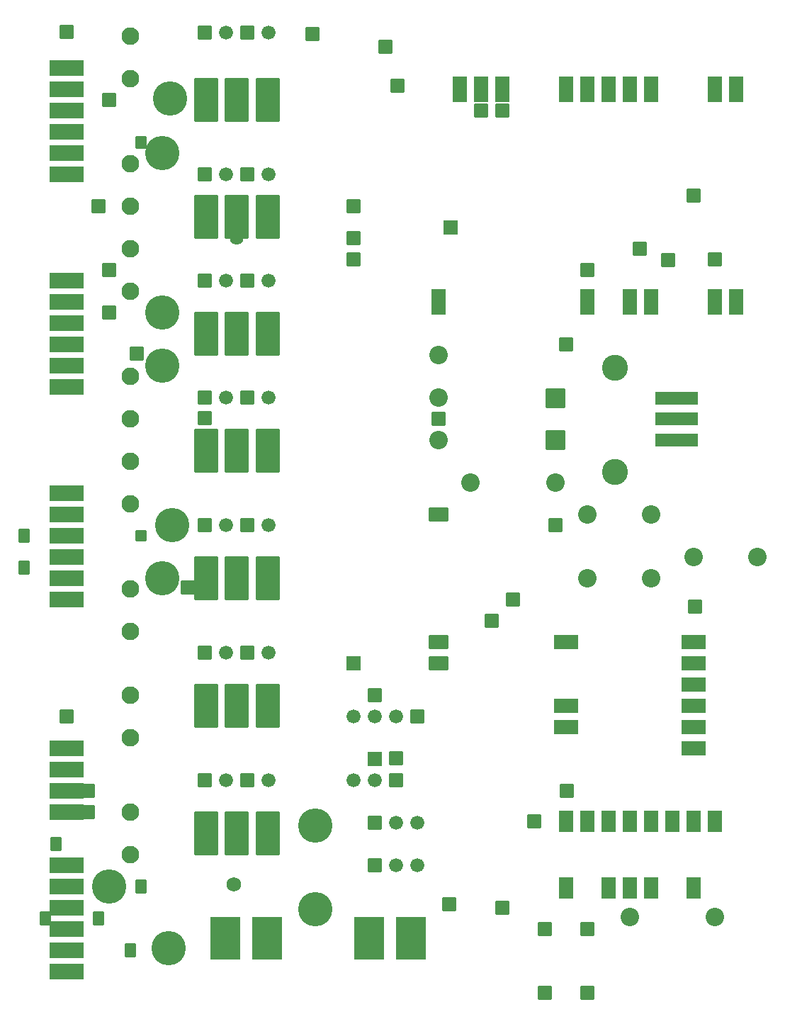
<source format=gbs>
G04 Layer: BottomSolderMaskLayer*
G04 EasyEDA v6.5.22, 2022-12-11 22:38:22*
G04 16a389ef0e6e420cbb75d7452a4fa289,4d866ca34c7e4626bfa8f39187415ab3,10*
G04 Gerber Generator version 0.2*
G04 Scale: 100 percent, Rotated: No, Reflected: No *
G04 Dimensions in millimeters *
G04 leading zeros omitted , absolute positions ,4 integer and 5 decimal *
%FSLAX45Y45*%
%MOMM*%

%AMMACRO1*1,1,$1,$2,$3*1,1,$1,$4,$5*1,1,$1,0-$2,0-$3*1,1,$1,0-$4,0-$5*20,1,$1,$2,$3,$4,$5,0*20,1,$1,$4,$5,0-$2,0-$3,0*20,1,$1,0-$2,0-$3,0-$4,0-$5,0*20,1,$1,0-$4,0-$5,$2,$3,0*4,1,4,$2,$3,$4,$5,0-$2,0-$3,0-$4,0-$5,$2,$3,0*%
%ADD10C,4.1020*%
%ADD11MACRO1,0.102X0.8X1.25X0.8X-1.25*%
%ADD12MACRO1,0.102X-1.1X-1.1X-1.1X1.1*%
%ADD13MACRO1,0.102X-2.5X-0.75X-2.5X0.75*%
%ADD14C,3.1020*%
%ADD15C,2.2032*%
%ADD16MACRO1,0.102X0.7875X0.7875X0.7875X-0.7875*%
%ADD17C,1.6770*%
%ADD18MACRO1,0.102X2X0.85X2X-0.85*%
%ADD19MACRO1,0.1016X2X0.85X2X-0.85*%
%ADD20MACRO1,0.102X-2X-0.85X-2X0.85*%
%ADD21MACRO1,0.102X0.7875X-0.7875X-0.7875X-0.7875*%
%ADD22MACRO1,0.102X-0.7875X0.7875X0.7875X0.7875*%
%ADD23MACRO1,0.102X-0.8X-0.8X-0.8X0.8*%
%ADD24MACRO1,0.204X1.35X-2.5X-1.35X-2.5*%
%ADD25MACRO1,0.2032X1.35X-2.5X-1.35X-2.5*%
%ADD26MACRO1,0.102X-1.4X0.8X1.4X0.8*%
%ADD27C,2.1020*%
%ADD28MACRO1,0.102X-1.75X2.5X1.75X2.5*%
%ADD29MACRO1,0.102X1.75X-2.5X-1.75X-2.5*%
%ADD30MACRO1,0.102X-1.1X0.8X1.1X0.8*%
%ADD31MACRO1,0.102X0.8X1.5X0.8X-1.5*%
%ADD32R,1.7020X1.7020*%
%ADD33MACRO1,0.102X0.8X0.8X0.8X-0.8*%
%ADD34MACRO1,0.102X-0.8X0.8X0.8X0.8*%
%ADD35MACRO1,0.102X-0.6X0.8X0.6X0.8*%
%ADD36MACRO1,0.102X-0.6X0.6X0.6X0.6*%
%ADD37MACRO1,0.102X-0.6X0.7X0.6X0.7*%
%ADD38C,1.6256*%
%ADD39MACRO1,0.102X-0.762X0.762X0.762X0.762*%
%ADD40MACRO1,0.2032X0.75X0.75X0.75X-0.75*%
%ADD41C,1.7272*%
%ADD42C,0.0158*%

%LPD*%
D10*
G01*
X-1981200Y-5737199D03*
G01*
X-1983206Y-4735195D03*
D11*
G01*
X2794000Y-4686554D03*
G01*
X2540000Y-4686554D03*
G01*
X1270000Y-4686554D03*
G01*
X1016000Y-4686554D03*
G01*
X2286000Y-4686554D03*
G01*
X2032000Y-4686554D03*
G01*
X1524000Y-4686554D03*
G01*
X1778000Y-4686554D03*
G01*
X1016000Y-5480559D03*
G01*
X1524000Y-5480559D03*
G01*
X1778000Y-5480559D03*
G01*
X2032000Y-5480559D03*
G01*
X2540000Y-5480559D03*
D12*
G01*
X889000Y-130555D03*
G01*
X889000Y369443D03*
D13*
G01*
X2338984Y-130557D03*
G01*
X2338989Y119452D03*
G01*
X2338984Y369441D03*
D14*
G01*
X1600200Y-511555D03*
G01*
X1600174Y733044D03*
D15*
G01*
X-127000Y-638555D03*
G01*
X889000Y-638555D03*
D16*
G01*
X-3301987Y4737100D03*
D17*
G01*
X-3047974Y4737100D03*
D16*
G01*
X-3301994Y1774441D03*
D17*
G01*
X-3048000Y1774444D03*
D16*
G01*
X-3301994Y-1146558D03*
D17*
G01*
X-3048000Y-1146555D03*
D16*
G01*
X-3301994Y-4194558D03*
D17*
G01*
X-3048000Y-4194555D03*
D16*
G01*
X-3301987Y3048002D03*
D17*
G01*
X-3048000Y3048000D03*
D16*
G01*
X-3301994Y-2670558D03*
D17*
G01*
X-3048000Y-2670555D03*
D16*
G01*
X-3301994Y377441D03*
D17*
G01*
X-3048000Y377444D03*
D16*
G01*
X-2793994Y4737089D03*
D17*
G01*
X-2540000Y4737100D03*
D16*
G01*
X-2793994Y1774441D03*
D17*
G01*
X-2540000Y1774444D03*
D16*
G01*
X-2793994Y-1146558D03*
D17*
G01*
X-2540000Y-1146555D03*
D16*
G01*
X-2793994Y-4194558D03*
D17*
G01*
X-2540000Y-4194555D03*
D16*
G01*
X-2793994Y3044441D03*
D17*
G01*
X-2540000Y3044444D03*
D16*
G01*
X-2793994Y-2670558D03*
D17*
G01*
X-2540000Y-2670555D03*
D16*
G01*
X-2793994Y377441D03*
D17*
G01*
X-2540000Y377444D03*
D18*
G01*
X-4952994Y3044440D03*
G01*
X-4952994Y3298440D03*
G01*
X-4952994Y3552440D03*
G01*
X-4952994Y3806440D03*
G01*
X-4952994Y4060440D03*
D19*
G01*
X-4952994Y4314440D03*
D18*
G01*
X-4952994Y504440D03*
G01*
X-4952994Y758440D03*
G01*
X-4952994Y1012440D03*
G01*
X-4952994Y1266440D03*
G01*
X-4952994Y1520440D03*
G01*
X-4952994Y1774440D03*
G01*
X-4952994Y-2035557D03*
G01*
X-4952994Y-1781557D03*
G01*
X-4952994Y-1527557D03*
G01*
X-4952994Y-1273557D03*
G01*
X-4952994Y-1019557D03*
G01*
X-4952994Y-765557D03*
D20*
G01*
X-4952994Y-5210549D03*
G01*
X-4952994Y-5464549D03*
G01*
X-4952994Y-5718549D03*
G01*
X-4952994Y-5972549D03*
G01*
X-4952994Y-6226549D03*
G01*
X-4952994Y-6480549D03*
G01*
X-4952994Y-4575552D03*
G01*
X-4952994Y-4321552D03*
G01*
X-4952994Y-4067552D03*
G01*
X-4952994Y-3813552D03*
D21*
G01*
X-761989Y-3429000D03*
D17*
G01*
X-1015974Y-3429000D03*
G01*
X-1269974Y-3429000D03*
G01*
X-1523974Y-3429000D03*
G01*
X-1524000Y-4194555D03*
G01*
X-1270000Y-4194555D03*
D21*
G01*
X-1016002Y-4194550D03*
D17*
G01*
X-761974Y-5207000D03*
G01*
X-1015974Y-5207000D03*
D22*
G01*
X-1269989Y-5207000D03*
D17*
G01*
X-761974Y-4699000D03*
G01*
X-1015974Y-4699000D03*
D22*
G01*
X-1269989Y-4699000D03*
D23*
G01*
X761984Y-6730972D03*
G01*
X1269984Y-6730972D03*
G01*
X1269984Y-5968972D03*
G01*
X761984Y-5968972D03*
D24*
G01*
X-2552693Y3933466D03*
G01*
X-3289293Y3933466D03*
G01*
X-2920993Y3933466D03*
G01*
X-2552693Y1139492D03*
G01*
X-3289293Y1139492D03*
G01*
X-2920993Y1139492D03*
G01*
X-2552693Y-1781558D03*
G01*
X-3289293Y-1781558D03*
G01*
X-2920993Y-1781558D03*
G01*
X-2552693Y-4829558D03*
G01*
X-3289293Y-4829558D03*
G01*
X-2920993Y-4829558D03*
G01*
X-2552693Y2536441D03*
G01*
X-3289293Y2536441D03*
G01*
X-2920993Y2536441D03*
D25*
G01*
X-2552693Y-3305558D03*
G01*
X-3289293Y-3305558D03*
G01*
X-2920993Y-3305558D03*
D24*
G01*
X-2552693Y-257609D03*
G01*
X-3289293Y-257609D03*
G01*
X-2920993Y-257609D03*
D15*
G01*
X1270000Y-1781555D03*
G01*
X1270000Y-1019555D03*
G01*
X2032000Y-1781555D03*
G01*
X2032000Y-1019555D03*
G01*
X2540000Y-1524000D03*
G01*
X3302000Y-1524000D03*
D26*
G01*
X2539997Y-3810000D03*
G01*
X2539997Y-3556000D03*
G01*
X2539997Y-3302000D03*
G01*
X2539997Y-3048000D03*
G01*
X2539997Y-2794000D03*
G01*
X2539997Y-2540000D03*
G01*
X1016000Y-2540000D03*
G01*
X1016000Y-3302000D03*
G01*
X1016000Y-3556000D03*
D27*
G01*
X-4191000Y4691887D03*
G01*
X-4191000Y4191000D03*
G01*
X-4191000Y2151887D03*
G01*
X-4191000Y1651000D03*
G01*
X-4191000Y-388112D03*
G01*
X-4191000Y-889000D03*
G01*
X-4191000Y-5080000D03*
G01*
X-4191000Y-4579112D03*
G01*
X-4191000Y3167887D03*
G01*
X-4191000Y2667000D03*
G01*
X-4191000Y627887D03*
G01*
X-4191000Y127000D03*
G01*
X-4191000Y-1912112D03*
G01*
X-4191000Y-2413000D03*
G01*
X-4191000Y-3683000D03*
G01*
X-4191000Y-3182112D03*
D28*
G01*
X-1342640Y-6083274D03*
G01*
X-841754Y-6083274D03*
D29*
G01*
X-2556252Y-6083300D03*
G01*
X-3057137Y-6083300D03*
D30*
G01*
X-507992Y-2797556D03*
G01*
X-507992Y-2543556D03*
G01*
X-507992Y-1019556D03*
D15*
G01*
X2794000Y-5829300D03*
G01*
X1778000Y-5829300D03*
G01*
X-508000Y-130555D03*
G01*
X-508000Y377444D03*
G01*
X-508000Y885444D03*
D31*
G01*
X3047974Y4060342D03*
G01*
X2793974Y4060342D03*
G01*
X2031974Y4060342D03*
G01*
X1777974Y4060342D03*
G01*
X1523974Y4060342D03*
G01*
X1269974Y4060342D03*
G01*
X1015974Y4060342D03*
G01*
X253974Y4060342D03*
G01*
X-25Y4060342D03*
G01*
X-254025Y4060342D03*
G01*
X3047974Y1520342D03*
G01*
X2793974Y1520342D03*
G01*
X2031974Y1520342D03*
G01*
X1777974Y1520342D03*
G01*
X1269974Y1520342D03*
G01*
X-508025Y1520342D03*
D32*
G01*
X-1270000Y-3940555D03*
D33*
G01*
X-1524005Y2666987D03*
G01*
X-4444997Y1901436D03*
G01*
X1269992Y1901436D03*
G01*
X126984Y-2289548D03*
G01*
X-1000005Y4099984D03*
G01*
X-3301994Y130629D03*
G01*
X-508005Y123441D03*
G01*
X253994Y-5714984D03*
D32*
G01*
X-1524000Y-2797555D03*
D33*
G01*
X635007Y-4686297D03*
D32*
G01*
X-368300Y2413000D03*
D33*
G01*
X380994Y-2035556D03*
D34*
G01*
X-1270000Y-3178556D03*
G01*
X2539989Y2790436D03*
G01*
X1892289Y2158987D03*
G01*
X1015992Y1012438D03*
G01*
X-4444997Y3933426D03*
G01*
X-4445002Y1393436D03*
D35*
G01*
X-5460994Y-1654553D03*
G01*
X-5460994Y-1273556D03*
D36*
G01*
X-4063997Y-1273555D03*
D35*
G01*
X-4063997Y-5464538D03*
G01*
X-4571994Y-5845535D03*
G01*
X-5206994Y-5845538D03*
D34*
G01*
X889005Y-1146558D03*
D10*
G01*
X-3721100Y3949700D03*
G01*
X-3810000Y3298444D03*
G01*
X-3810000Y1393444D03*
G01*
X-3810000Y758444D03*
G01*
X-3695700Y-1143000D03*
G01*
X-3810000Y-1781555D03*
G01*
X-3733800Y-6197600D03*
G01*
X-4445000Y-5464555D03*
D35*
G01*
X-5079994Y-4956538D03*
G01*
X-4190997Y-6226535D03*
D37*
G01*
X-4063997Y3425433D03*
D34*
G01*
X-4698994Y-4321550D03*
G01*
X-4698994Y-4575550D03*
G01*
X-4952994Y-3432550D03*
G01*
X2235184Y2019287D03*
G01*
X-1524002Y2028436D03*
G01*
X2793984Y2031987D03*
D33*
G01*
X-4571997Y2666994D03*
D38*
G01*
X-2921000Y2286000D03*
D39*
G01*
X-1523997Y2285994D03*
D34*
G01*
X-1142997Y4571989D03*
D40*
G01*
X1Y3809991D03*
G01*
X254001Y3809991D03*
D34*
G01*
X-4114792Y901697D03*
G01*
X-3505192Y-1892297D03*
G01*
X2552694Y-2120894D03*
G01*
X1024105Y-4317992D03*
G01*
X-381000Y-5676889D03*
D41*
G01*
X-2959100Y-5435600D03*
D34*
G01*
X-1016000Y-3934716D03*
G01*
X-4952987Y4749791D03*
G01*
X-2019292Y4724396D03*
M02*

</source>
